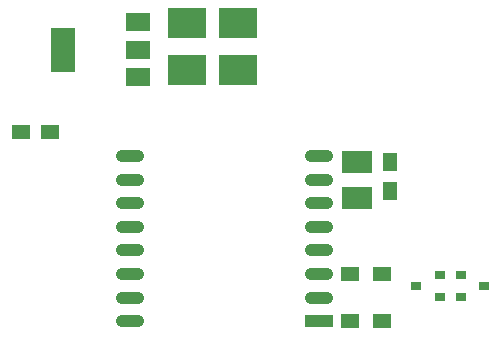
<source format=gtp>
G04 #@! TF.GenerationSoftware,KiCad,Pcbnew,(2017-11-08 revision cd21218)-HEAD*
G04 #@! TF.CreationDate,2018-02-21T13:46:00+02:00*
G04 #@! TF.ProjectId,heater_actuator_node,6865617465725F6163747561746F725F,rev?*
G04 #@! TF.SameCoordinates,Original*
G04 #@! TF.FileFunction,Paste,Top*
G04 #@! TF.FilePolarity,Positive*
%FSLAX46Y46*%
G04 Gerber Fmt 4.6, Leading zero omitted, Abs format (unit mm)*
G04 Created by KiCad (PCBNEW (2017-11-08 revision cd21218)-HEAD) date Wed Feb 21 13:46:00 2018*
%MOMM*%
%LPD*%
G01*
G04 APERTURE LIST*
%ADD10R,1.500000X1.250000*%
%ADD11R,1.250000X1.500000*%
%ADD12R,3.200000X2.500000*%
%ADD13R,1.500000X1.300000*%
%ADD14R,2.000000X1.500000*%
%ADD15R,2.000000X3.800000*%
%ADD16R,2.500000X1.950000*%
%ADD17R,0.900000X0.800000*%
%ADD18O,2.400000X1.100000*%
%ADD19R,2.400000X1.100000*%
G04 APERTURE END LIST*
D10*
X122000000Y-98250000D03*
X119500000Y-98250000D03*
D11*
X150750000Y-100750000D03*
X150750000Y-103250000D03*
D12*
X133600000Y-93000000D03*
X137900000Y-93000000D03*
D13*
X150100000Y-110250000D03*
X147400000Y-110250000D03*
X150100000Y-114250000D03*
X147400000Y-114250000D03*
D14*
X129400000Y-93550000D03*
X129400000Y-88950000D03*
X129400000Y-91250000D03*
D15*
X123100000Y-91250000D03*
D12*
X133600000Y-89000000D03*
X137900000Y-89000000D03*
D16*
X148000000Y-100725000D03*
X148000000Y-103775000D03*
D17*
X155000000Y-112200000D03*
X155000000Y-110300000D03*
X153000000Y-111250000D03*
X156750000Y-110300000D03*
X156750000Y-112200000D03*
X158750000Y-111250000D03*
D18*
X128750000Y-114250000D03*
X128750000Y-112250000D03*
X128750000Y-110250000D03*
X128750000Y-108250000D03*
X128750000Y-106250000D03*
X128750000Y-104250000D03*
X128750000Y-102250000D03*
X128750000Y-100250000D03*
X144750000Y-100250000D03*
X144750000Y-102250000D03*
X144750000Y-104250000D03*
X144750000Y-106250000D03*
X144750000Y-108250000D03*
X144750000Y-110250000D03*
X144750000Y-112250000D03*
D19*
X144750000Y-114250000D03*
M02*

</source>
